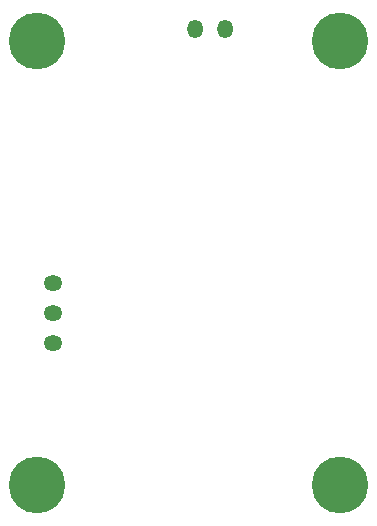
<source format=gbr>
G04 DipTrace 3.1.0.1*
G04 lt3757_nixie_power_supply_nosnub-route-5.BottomPaste.gbr*
%MOIN*%
G04 #@! TF.FileFunction,Paste,Bot*
G04 #@! TF.Part,Single*
%ADD46O,0.061969X0.051969*%
%ADD54C,0.188819*%
%ADD62O,0.051969X0.061969*%
%FSLAX26Y26*%
G04*
G70*
G90*
G75*
G01*
G04 BotPaste*
%LPD*%
D62*
X1145984Y2039685D3*
X1045984D3*
D54*
X520000Y2000315D3*
X1527874D3*
X520000Y520000D3*
X1527874D3*
D46*
X571181Y1094803D3*
Y994803D3*
Y1194803D3*
M02*

</source>
